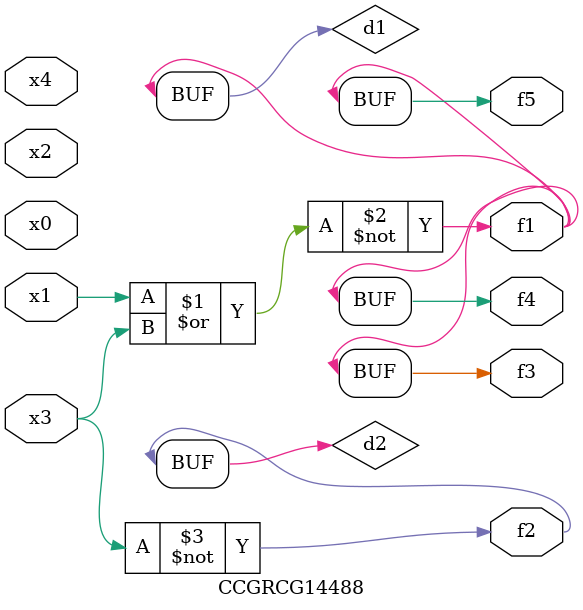
<source format=v>
module CCGRCG14488(
	input x0, x1, x2, x3, x4,
	output f1, f2, f3, f4, f5
);

	wire d1, d2;

	nor (d1, x1, x3);
	not (d2, x3);
	assign f1 = d1;
	assign f2 = d2;
	assign f3 = d1;
	assign f4 = d1;
	assign f5 = d1;
endmodule

</source>
